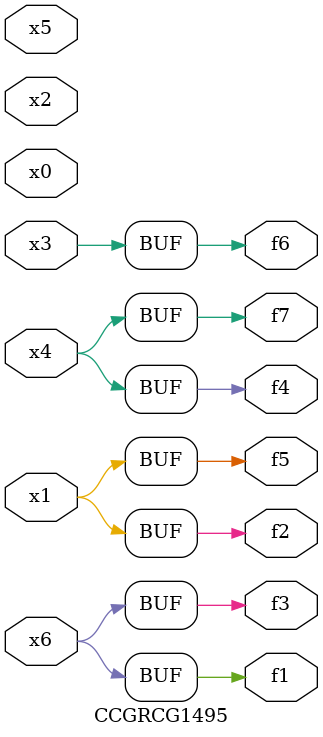
<source format=v>
module CCGRCG1495(
	input x0, x1, x2, x3, x4, x5, x6,
	output f1, f2, f3, f4, f5, f6, f7
);
	assign f1 = x6;
	assign f2 = x1;
	assign f3 = x6;
	assign f4 = x4;
	assign f5 = x1;
	assign f6 = x3;
	assign f7 = x4;
endmodule

</source>
